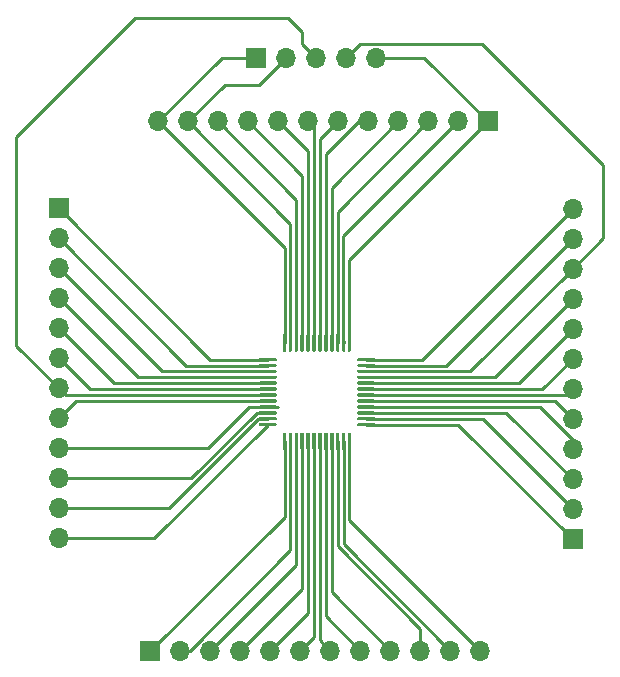
<source format=gbr>
%TF.GenerationSoftware,KiCad,Pcbnew,(5.1.8)-1*%
%TF.CreationDate,2020-12-24T23:30:16-07:00*%
%TF.ProjectId,LQPF-48_BreakoutBoard,4c515046-2d34-4385-9f42-7265616b6f75,rev?*%
%TF.SameCoordinates,Original*%
%TF.FileFunction,Copper,L1,Top*%
%TF.FilePolarity,Positive*%
%FSLAX46Y46*%
G04 Gerber Fmt 4.6, Leading zero omitted, Abs format (unit mm)*
G04 Created by KiCad (PCBNEW (5.1.8)-1) date 2020-12-24 23:30:16*
%MOMM*%
%LPD*%
G01*
G04 APERTURE LIST*
%TA.AperFunction,ComponentPad*%
%ADD10O,1.700000X1.700000*%
%TD*%
%TA.AperFunction,ComponentPad*%
%ADD11R,1.700000X1.700000*%
%TD*%
%TA.AperFunction,Conductor*%
%ADD12C,0.250000*%
%TD*%
G04 APERTURE END LIST*
D10*
%TO.P,J4,5*%
%TO.N,PA14(37)*%
X34988500Y58229500D03*
%TO.P,J4,4*%
%TO.N,PA13(34)*%
X32448500Y58229500D03*
%TO.P,J4,3*%
%TO.N,NRST(7)*%
X29908500Y58229500D03*
%TO.P,J4,2*%
%TO.N,VSS(47)*%
X27368500Y58229500D03*
D11*
%TO.P,J4,1*%
%TO.N,VDD(48)*%
X24828500Y58229500D03*
%TD*%
D10*
%TO.P,J3,12*%
%TO.N,VDD(48)*%
X16510000Y52832000D03*
%TO.P,J3,11*%
%TO.N,VSS(47)*%
X19050000Y52832000D03*
%TO.P,J3,10*%
%TO.N,PB9(46)*%
X21590000Y52832000D03*
%TO.P,J3,9*%
%TO.N,PB8(45)*%
X24130000Y52832000D03*
%TO.P,J3,8*%
%TO.N,BOOT0(44)*%
X26670000Y52832000D03*
%TO.P,J3,7*%
%TO.N,PB7(43)*%
X29210000Y52832000D03*
%TO.P,J3,6*%
%TO.N,PB6(42)*%
X31750000Y52832000D03*
%TO.P,J3,5*%
%TO.N,PB5(41)*%
X34290000Y52832000D03*
%TO.P,J3,4*%
%TO.N,PB4(40)*%
X36830000Y52832000D03*
%TO.P,J3,3*%
%TO.N,PB3(39)*%
X39370000Y52832000D03*
%TO.P,J3,2*%
%TO.N,PA15(38)*%
X41910000Y52832000D03*
D11*
%TO.P,J3,1*%
%TO.N,PA14(37)*%
X44450000Y52832000D03*
%TD*%
D10*
%TO.P,J2,12*%
%TO.N,PF7(36)*%
X51625500Y45402500D03*
%TO.P,J2,11*%
%TO.N,PF6(35)*%
X51625500Y42862500D03*
%TO.P,J2,10*%
%TO.N,PA13(34)*%
X51625500Y40322500D03*
%TO.P,J2,9*%
%TO.N,PA12(33)*%
X51625500Y37782500D03*
%TO.P,J2,8*%
%TO.N,PA11(32)*%
X51625500Y35242500D03*
%TO.P,J2,7*%
%TO.N,PA10(31)*%
X51625500Y32702500D03*
%TO.P,J2,6*%
%TO.N,PA9(30)*%
X51625500Y30162500D03*
%TO.P,J2,5*%
%TO.N,PA8(29)*%
X51625500Y27622500D03*
%TO.P,J2,4*%
%TO.N,PD8(28)*%
X51625500Y25082500D03*
%TO.P,J2,3*%
%TO.N,PB15(27)*%
X51625500Y22542500D03*
%TO.P,J2,2*%
%TO.N,PB14(26)*%
X51625500Y20002500D03*
D11*
%TO.P,J2,1*%
%TO.N,VREFSD+(25)*%
X51625500Y17462500D03*
%TD*%
D10*
%TO.P,J1,12*%
%TO.N,VDDSD(24)*%
X43815000Y8001000D03*
%TO.P,J1,11*%
%TO.N,VSSSD(23)*%
X41275000Y8001000D03*
%TO.P,J1,10*%
%TO.N,PE9(22)*%
X38735000Y8001000D03*
%TO.P,J1,9*%
%TO.N,PE8(21)*%
X36195000Y8001000D03*
%TO.P,J1,8*%
%TO.N,PB2(20)*%
X33655000Y8001000D03*
%TO.P,J1,7*%
%TO.N,PB1(19)*%
X31115000Y8001000D03*
%TO.P,J1,6*%
%TO.N,PB0(18)*%
X28575000Y8001000D03*
%TO.P,J1,5*%
%TO.N,VDD(17)*%
X26035000Y8001000D03*
%TO.P,J1,4*%
%TO.N,PA6(16)*%
X23495000Y8001000D03*
%TO.P,J1,3*%
%TO.N,PA5(15)*%
X20955000Y8001000D03*
%TO.P,J1,2*%
%TO.N,PA4(14)*%
X18415000Y8001000D03*
D11*
%TO.P,J1,1*%
%TO.N,PA3(13)*%
X15875000Y8001000D03*
%TD*%
D10*
%TO.P,J0,12*%
%TO.N,PA2(12)*%
X8128000Y17526000D03*
%TO.P,J0,11*%
%TO.N,PA1(11)*%
X8128000Y20066000D03*
%TO.P,J0,10*%
%TO.N,PA0(10)*%
X8128000Y22606000D03*
%TO.P,J0,9*%
%TO.N,VDDA(9)*%
X8128000Y25146000D03*
%TO.P,J0,8*%
%TO.N,VSSA(8)*%
X8128000Y27686000D03*
%TO.P,J0,7*%
%TO.N,NRST(7)*%
X8128000Y30226000D03*
%TO.P,J0,6*%
%TO.N,PF1(6)*%
X8128000Y32766000D03*
%TO.P,J0,5*%
%TO.N,PF0(5)*%
X8128000Y35306000D03*
%TO.P,J0,4*%
%TO.N,PC15(4)*%
X8128000Y37846000D03*
%TO.P,J0,3*%
%TO.N,PC14(3)*%
X8128000Y40386000D03*
%TO.P,J0,2*%
%TO.N,PC13(2)*%
X8128000Y42926000D03*
D11*
%TO.P,J0,1*%
%TO.N,VBAT(1)*%
X8128000Y45466000D03*
%TD*%
%TO.P,NQFP48,48*%
%TO.N,VDD(48)*%
%TA.AperFunction,SMDPad,CuDef*%
G36*
G01*
X27072000Y33408500D02*
X27072000Y34733500D01*
G75*
G02*
X27147000Y34808500I75000J0D01*
G01*
X27297000Y34808500D01*
G75*
G02*
X27372000Y34733500I0J-75000D01*
G01*
X27372000Y33408500D01*
G75*
G02*
X27297000Y33333500I-75000J0D01*
G01*
X27147000Y33333500D01*
G75*
G02*
X27072000Y33408500I0J75000D01*
G01*
G37*
%TD.AperFunction*%
%TO.P,NQFP48,47*%
%TO.N,VSS(47)*%
%TA.AperFunction,SMDPad,CuDef*%
G36*
G01*
X27572000Y33408500D02*
X27572000Y34733500D01*
G75*
G02*
X27647000Y34808500I75000J0D01*
G01*
X27797000Y34808500D01*
G75*
G02*
X27872000Y34733500I0J-75000D01*
G01*
X27872000Y33408500D01*
G75*
G02*
X27797000Y33333500I-75000J0D01*
G01*
X27647000Y33333500D01*
G75*
G02*
X27572000Y33408500I0J75000D01*
G01*
G37*
%TD.AperFunction*%
%TO.P,NQFP48,46*%
%TO.N,PB9(46)*%
%TA.AperFunction,SMDPad,CuDef*%
G36*
G01*
X28072000Y33408500D02*
X28072000Y34733500D01*
G75*
G02*
X28147000Y34808500I75000J0D01*
G01*
X28297000Y34808500D01*
G75*
G02*
X28372000Y34733500I0J-75000D01*
G01*
X28372000Y33408500D01*
G75*
G02*
X28297000Y33333500I-75000J0D01*
G01*
X28147000Y33333500D01*
G75*
G02*
X28072000Y33408500I0J75000D01*
G01*
G37*
%TD.AperFunction*%
%TO.P,NQFP48,45*%
%TO.N,PB8(45)*%
%TA.AperFunction,SMDPad,CuDef*%
G36*
G01*
X28572000Y33408500D02*
X28572000Y34733500D01*
G75*
G02*
X28647000Y34808500I75000J0D01*
G01*
X28797000Y34808500D01*
G75*
G02*
X28872000Y34733500I0J-75000D01*
G01*
X28872000Y33408500D01*
G75*
G02*
X28797000Y33333500I-75000J0D01*
G01*
X28647000Y33333500D01*
G75*
G02*
X28572000Y33408500I0J75000D01*
G01*
G37*
%TD.AperFunction*%
%TO.P,NQFP48,44*%
%TO.N,BOOT0(44)*%
%TA.AperFunction,SMDPad,CuDef*%
G36*
G01*
X29072000Y33408500D02*
X29072000Y34733500D01*
G75*
G02*
X29147000Y34808500I75000J0D01*
G01*
X29297000Y34808500D01*
G75*
G02*
X29372000Y34733500I0J-75000D01*
G01*
X29372000Y33408500D01*
G75*
G02*
X29297000Y33333500I-75000J0D01*
G01*
X29147000Y33333500D01*
G75*
G02*
X29072000Y33408500I0J75000D01*
G01*
G37*
%TD.AperFunction*%
%TO.P,NQFP48,43*%
%TO.N,PB7(43)*%
%TA.AperFunction,SMDPad,CuDef*%
G36*
G01*
X29572000Y33408500D02*
X29572000Y34733500D01*
G75*
G02*
X29647000Y34808500I75000J0D01*
G01*
X29797000Y34808500D01*
G75*
G02*
X29872000Y34733500I0J-75000D01*
G01*
X29872000Y33408500D01*
G75*
G02*
X29797000Y33333500I-75000J0D01*
G01*
X29647000Y33333500D01*
G75*
G02*
X29572000Y33408500I0J75000D01*
G01*
G37*
%TD.AperFunction*%
%TO.P,NQFP48,42*%
%TO.N,PB6(42)*%
%TA.AperFunction,SMDPad,CuDef*%
G36*
G01*
X30072000Y33408500D02*
X30072000Y34733500D01*
G75*
G02*
X30147000Y34808500I75000J0D01*
G01*
X30297000Y34808500D01*
G75*
G02*
X30372000Y34733500I0J-75000D01*
G01*
X30372000Y33408500D01*
G75*
G02*
X30297000Y33333500I-75000J0D01*
G01*
X30147000Y33333500D01*
G75*
G02*
X30072000Y33408500I0J75000D01*
G01*
G37*
%TD.AperFunction*%
%TO.P,NQFP48,41*%
%TO.N,PB5(41)*%
%TA.AperFunction,SMDPad,CuDef*%
G36*
G01*
X30572000Y33408500D02*
X30572000Y34733500D01*
G75*
G02*
X30647000Y34808500I75000J0D01*
G01*
X30797000Y34808500D01*
G75*
G02*
X30872000Y34733500I0J-75000D01*
G01*
X30872000Y33408500D01*
G75*
G02*
X30797000Y33333500I-75000J0D01*
G01*
X30647000Y33333500D01*
G75*
G02*
X30572000Y33408500I0J75000D01*
G01*
G37*
%TD.AperFunction*%
%TO.P,NQFP48,40*%
%TO.N,PB4(40)*%
%TA.AperFunction,SMDPad,CuDef*%
G36*
G01*
X31072000Y33408500D02*
X31072000Y34733500D01*
G75*
G02*
X31147000Y34808500I75000J0D01*
G01*
X31297000Y34808500D01*
G75*
G02*
X31372000Y34733500I0J-75000D01*
G01*
X31372000Y33408500D01*
G75*
G02*
X31297000Y33333500I-75000J0D01*
G01*
X31147000Y33333500D01*
G75*
G02*
X31072000Y33408500I0J75000D01*
G01*
G37*
%TD.AperFunction*%
%TO.P,NQFP48,39*%
%TO.N,PB3(39)*%
%TA.AperFunction,SMDPad,CuDef*%
G36*
G01*
X31572000Y33408500D02*
X31572000Y34733500D01*
G75*
G02*
X31647000Y34808500I75000J0D01*
G01*
X31797000Y34808500D01*
G75*
G02*
X31872000Y34733500I0J-75000D01*
G01*
X31872000Y33408500D01*
G75*
G02*
X31797000Y33333500I-75000J0D01*
G01*
X31647000Y33333500D01*
G75*
G02*
X31572000Y33408500I0J75000D01*
G01*
G37*
%TD.AperFunction*%
%TO.P,NQFP48,38*%
%TO.N,PA15(38)*%
%TA.AperFunction,SMDPad,CuDef*%
G36*
G01*
X32072000Y33408500D02*
X32072000Y34733500D01*
G75*
G02*
X32147000Y34808500I75000J0D01*
G01*
X32297000Y34808500D01*
G75*
G02*
X32372000Y34733500I0J-75000D01*
G01*
X32372000Y33408500D01*
G75*
G02*
X32297000Y33333500I-75000J0D01*
G01*
X32147000Y33333500D01*
G75*
G02*
X32072000Y33408500I0J75000D01*
G01*
G37*
%TD.AperFunction*%
%TO.P,NQFP48,37*%
%TO.N,PA14(37)*%
%TA.AperFunction,SMDPad,CuDef*%
G36*
G01*
X32572000Y33408500D02*
X32572000Y34733500D01*
G75*
G02*
X32647000Y34808500I75000J0D01*
G01*
X32797000Y34808500D01*
G75*
G02*
X32872000Y34733500I0J-75000D01*
G01*
X32872000Y33408500D01*
G75*
G02*
X32797000Y33333500I-75000J0D01*
G01*
X32647000Y33333500D01*
G75*
G02*
X32572000Y33408500I0J75000D01*
G01*
G37*
%TD.AperFunction*%
%TO.P,NQFP48,36*%
%TO.N,PF7(36)*%
%TA.AperFunction,SMDPad,CuDef*%
G36*
G01*
X33397000Y32583500D02*
X33397000Y32733500D01*
G75*
G02*
X33472000Y32808500I75000J0D01*
G01*
X34797000Y32808500D01*
G75*
G02*
X34872000Y32733500I0J-75000D01*
G01*
X34872000Y32583500D01*
G75*
G02*
X34797000Y32508500I-75000J0D01*
G01*
X33472000Y32508500D01*
G75*
G02*
X33397000Y32583500I0J75000D01*
G01*
G37*
%TD.AperFunction*%
%TO.P,NQFP48,35*%
%TO.N,PF6(35)*%
%TA.AperFunction,SMDPad,CuDef*%
G36*
G01*
X33397000Y32083500D02*
X33397000Y32233500D01*
G75*
G02*
X33472000Y32308500I75000J0D01*
G01*
X34797000Y32308500D01*
G75*
G02*
X34872000Y32233500I0J-75000D01*
G01*
X34872000Y32083500D01*
G75*
G02*
X34797000Y32008500I-75000J0D01*
G01*
X33472000Y32008500D01*
G75*
G02*
X33397000Y32083500I0J75000D01*
G01*
G37*
%TD.AperFunction*%
%TO.P,NQFP48,34*%
%TO.N,PA13(34)*%
%TA.AperFunction,SMDPad,CuDef*%
G36*
G01*
X33397000Y31583500D02*
X33397000Y31733500D01*
G75*
G02*
X33472000Y31808500I75000J0D01*
G01*
X34797000Y31808500D01*
G75*
G02*
X34872000Y31733500I0J-75000D01*
G01*
X34872000Y31583500D01*
G75*
G02*
X34797000Y31508500I-75000J0D01*
G01*
X33472000Y31508500D01*
G75*
G02*
X33397000Y31583500I0J75000D01*
G01*
G37*
%TD.AperFunction*%
%TO.P,NQFP48,33*%
%TO.N,PA12(33)*%
%TA.AperFunction,SMDPad,CuDef*%
G36*
G01*
X33397000Y31083500D02*
X33397000Y31233500D01*
G75*
G02*
X33472000Y31308500I75000J0D01*
G01*
X34797000Y31308500D01*
G75*
G02*
X34872000Y31233500I0J-75000D01*
G01*
X34872000Y31083500D01*
G75*
G02*
X34797000Y31008500I-75000J0D01*
G01*
X33472000Y31008500D01*
G75*
G02*
X33397000Y31083500I0J75000D01*
G01*
G37*
%TD.AperFunction*%
%TO.P,NQFP48,32*%
%TO.N,PA11(32)*%
%TA.AperFunction,SMDPad,CuDef*%
G36*
G01*
X33397000Y30583500D02*
X33397000Y30733500D01*
G75*
G02*
X33472000Y30808500I75000J0D01*
G01*
X34797000Y30808500D01*
G75*
G02*
X34872000Y30733500I0J-75000D01*
G01*
X34872000Y30583500D01*
G75*
G02*
X34797000Y30508500I-75000J0D01*
G01*
X33472000Y30508500D01*
G75*
G02*
X33397000Y30583500I0J75000D01*
G01*
G37*
%TD.AperFunction*%
%TO.P,NQFP48,31*%
%TO.N,PA10(31)*%
%TA.AperFunction,SMDPad,CuDef*%
G36*
G01*
X33397000Y30083500D02*
X33397000Y30233500D01*
G75*
G02*
X33472000Y30308500I75000J0D01*
G01*
X34797000Y30308500D01*
G75*
G02*
X34872000Y30233500I0J-75000D01*
G01*
X34872000Y30083500D01*
G75*
G02*
X34797000Y30008500I-75000J0D01*
G01*
X33472000Y30008500D01*
G75*
G02*
X33397000Y30083500I0J75000D01*
G01*
G37*
%TD.AperFunction*%
%TO.P,NQFP48,30*%
%TO.N,PA9(30)*%
%TA.AperFunction,SMDPad,CuDef*%
G36*
G01*
X33397000Y29583500D02*
X33397000Y29733500D01*
G75*
G02*
X33472000Y29808500I75000J0D01*
G01*
X34797000Y29808500D01*
G75*
G02*
X34872000Y29733500I0J-75000D01*
G01*
X34872000Y29583500D01*
G75*
G02*
X34797000Y29508500I-75000J0D01*
G01*
X33472000Y29508500D01*
G75*
G02*
X33397000Y29583500I0J75000D01*
G01*
G37*
%TD.AperFunction*%
%TO.P,NQFP48,29*%
%TO.N,PA8(29)*%
%TA.AperFunction,SMDPad,CuDef*%
G36*
G01*
X33397000Y29083500D02*
X33397000Y29233500D01*
G75*
G02*
X33472000Y29308500I75000J0D01*
G01*
X34797000Y29308500D01*
G75*
G02*
X34872000Y29233500I0J-75000D01*
G01*
X34872000Y29083500D01*
G75*
G02*
X34797000Y29008500I-75000J0D01*
G01*
X33472000Y29008500D01*
G75*
G02*
X33397000Y29083500I0J75000D01*
G01*
G37*
%TD.AperFunction*%
%TO.P,NQFP48,28*%
%TO.N,PD8(28)*%
%TA.AperFunction,SMDPad,CuDef*%
G36*
G01*
X33397000Y28583500D02*
X33397000Y28733500D01*
G75*
G02*
X33472000Y28808500I75000J0D01*
G01*
X34797000Y28808500D01*
G75*
G02*
X34872000Y28733500I0J-75000D01*
G01*
X34872000Y28583500D01*
G75*
G02*
X34797000Y28508500I-75000J0D01*
G01*
X33472000Y28508500D01*
G75*
G02*
X33397000Y28583500I0J75000D01*
G01*
G37*
%TD.AperFunction*%
%TO.P,NQFP48,27*%
%TO.N,PB15(27)*%
%TA.AperFunction,SMDPad,CuDef*%
G36*
G01*
X33397000Y28083500D02*
X33397000Y28233500D01*
G75*
G02*
X33472000Y28308500I75000J0D01*
G01*
X34797000Y28308500D01*
G75*
G02*
X34872000Y28233500I0J-75000D01*
G01*
X34872000Y28083500D01*
G75*
G02*
X34797000Y28008500I-75000J0D01*
G01*
X33472000Y28008500D01*
G75*
G02*
X33397000Y28083500I0J75000D01*
G01*
G37*
%TD.AperFunction*%
%TO.P,NQFP48,26*%
%TO.N,PB14(26)*%
%TA.AperFunction,SMDPad,CuDef*%
G36*
G01*
X33397000Y27583500D02*
X33397000Y27733500D01*
G75*
G02*
X33472000Y27808500I75000J0D01*
G01*
X34797000Y27808500D01*
G75*
G02*
X34872000Y27733500I0J-75000D01*
G01*
X34872000Y27583500D01*
G75*
G02*
X34797000Y27508500I-75000J0D01*
G01*
X33472000Y27508500D01*
G75*
G02*
X33397000Y27583500I0J75000D01*
G01*
G37*
%TD.AperFunction*%
%TO.P,NQFP48,25*%
%TO.N,VREFSD+(25)*%
%TA.AperFunction,SMDPad,CuDef*%
G36*
G01*
X33397000Y27083500D02*
X33397000Y27233500D01*
G75*
G02*
X33472000Y27308500I75000J0D01*
G01*
X34797000Y27308500D01*
G75*
G02*
X34872000Y27233500I0J-75000D01*
G01*
X34872000Y27083500D01*
G75*
G02*
X34797000Y27008500I-75000J0D01*
G01*
X33472000Y27008500D01*
G75*
G02*
X33397000Y27083500I0J75000D01*
G01*
G37*
%TD.AperFunction*%
%TO.P,NQFP48,24*%
%TO.N,VDDSD(24)*%
%TA.AperFunction,SMDPad,CuDef*%
G36*
G01*
X32572000Y25083500D02*
X32572000Y26408500D01*
G75*
G02*
X32647000Y26483500I75000J0D01*
G01*
X32797000Y26483500D01*
G75*
G02*
X32872000Y26408500I0J-75000D01*
G01*
X32872000Y25083500D01*
G75*
G02*
X32797000Y25008500I-75000J0D01*
G01*
X32647000Y25008500D01*
G75*
G02*
X32572000Y25083500I0J75000D01*
G01*
G37*
%TD.AperFunction*%
%TO.P,NQFP48,23*%
%TO.N,VSSSD(23)*%
%TA.AperFunction,SMDPad,CuDef*%
G36*
G01*
X32072000Y25083500D02*
X32072000Y26408500D01*
G75*
G02*
X32147000Y26483500I75000J0D01*
G01*
X32297000Y26483500D01*
G75*
G02*
X32372000Y26408500I0J-75000D01*
G01*
X32372000Y25083500D01*
G75*
G02*
X32297000Y25008500I-75000J0D01*
G01*
X32147000Y25008500D01*
G75*
G02*
X32072000Y25083500I0J75000D01*
G01*
G37*
%TD.AperFunction*%
%TO.P,NQFP48,22*%
%TO.N,PE9(22)*%
%TA.AperFunction,SMDPad,CuDef*%
G36*
G01*
X31572000Y25083500D02*
X31572000Y26408500D01*
G75*
G02*
X31647000Y26483500I75000J0D01*
G01*
X31797000Y26483500D01*
G75*
G02*
X31872000Y26408500I0J-75000D01*
G01*
X31872000Y25083500D01*
G75*
G02*
X31797000Y25008500I-75000J0D01*
G01*
X31647000Y25008500D01*
G75*
G02*
X31572000Y25083500I0J75000D01*
G01*
G37*
%TD.AperFunction*%
%TO.P,NQFP48,21*%
%TO.N,PE8(21)*%
%TA.AperFunction,SMDPad,CuDef*%
G36*
G01*
X31072000Y25083500D02*
X31072000Y26408500D01*
G75*
G02*
X31147000Y26483500I75000J0D01*
G01*
X31297000Y26483500D01*
G75*
G02*
X31372000Y26408500I0J-75000D01*
G01*
X31372000Y25083500D01*
G75*
G02*
X31297000Y25008500I-75000J0D01*
G01*
X31147000Y25008500D01*
G75*
G02*
X31072000Y25083500I0J75000D01*
G01*
G37*
%TD.AperFunction*%
%TO.P,NQFP48,20*%
%TO.N,PB2(20)*%
%TA.AperFunction,SMDPad,CuDef*%
G36*
G01*
X30572000Y25083500D02*
X30572000Y26408500D01*
G75*
G02*
X30647000Y26483500I75000J0D01*
G01*
X30797000Y26483500D01*
G75*
G02*
X30872000Y26408500I0J-75000D01*
G01*
X30872000Y25083500D01*
G75*
G02*
X30797000Y25008500I-75000J0D01*
G01*
X30647000Y25008500D01*
G75*
G02*
X30572000Y25083500I0J75000D01*
G01*
G37*
%TD.AperFunction*%
%TO.P,NQFP48,19*%
%TO.N,PB1(19)*%
%TA.AperFunction,SMDPad,CuDef*%
G36*
G01*
X30072000Y25083500D02*
X30072000Y26408500D01*
G75*
G02*
X30147000Y26483500I75000J0D01*
G01*
X30297000Y26483500D01*
G75*
G02*
X30372000Y26408500I0J-75000D01*
G01*
X30372000Y25083500D01*
G75*
G02*
X30297000Y25008500I-75000J0D01*
G01*
X30147000Y25008500D01*
G75*
G02*
X30072000Y25083500I0J75000D01*
G01*
G37*
%TD.AperFunction*%
%TO.P,NQFP48,18*%
%TO.N,PB0(18)*%
%TA.AperFunction,SMDPad,CuDef*%
G36*
G01*
X29572000Y25083500D02*
X29572000Y26408500D01*
G75*
G02*
X29647000Y26483500I75000J0D01*
G01*
X29797000Y26483500D01*
G75*
G02*
X29872000Y26408500I0J-75000D01*
G01*
X29872000Y25083500D01*
G75*
G02*
X29797000Y25008500I-75000J0D01*
G01*
X29647000Y25008500D01*
G75*
G02*
X29572000Y25083500I0J75000D01*
G01*
G37*
%TD.AperFunction*%
%TO.P,NQFP48,17*%
%TO.N,VDD(17)*%
%TA.AperFunction,SMDPad,CuDef*%
G36*
G01*
X29072000Y25083500D02*
X29072000Y26408500D01*
G75*
G02*
X29147000Y26483500I75000J0D01*
G01*
X29297000Y26483500D01*
G75*
G02*
X29372000Y26408500I0J-75000D01*
G01*
X29372000Y25083500D01*
G75*
G02*
X29297000Y25008500I-75000J0D01*
G01*
X29147000Y25008500D01*
G75*
G02*
X29072000Y25083500I0J75000D01*
G01*
G37*
%TD.AperFunction*%
%TO.P,NQFP48,16*%
%TO.N,PA6(16)*%
%TA.AperFunction,SMDPad,CuDef*%
G36*
G01*
X28572000Y25083500D02*
X28572000Y26408500D01*
G75*
G02*
X28647000Y26483500I75000J0D01*
G01*
X28797000Y26483500D01*
G75*
G02*
X28872000Y26408500I0J-75000D01*
G01*
X28872000Y25083500D01*
G75*
G02*
X28797000Y25008500I-75000J0D01*
G01*
X28647000Y25008500D01*
G75*
G02*
X28572000Y25083500I0J75000D01*
G01*
G37*
%TD.AperFunction*%
%TO.P,NQFP48,15*%
%TO.N,PA5(15)*%
%TA.AperFunction,SMDPad,CuDef*%
G36*
G01*
X28072000Y25083500D02*
X28072000Y26408500D01*
G75*
G02*
X28147000Y26483500I75000J0D01*
G01*
X28297000Y26483500D01*
G75*
G02*
X28372000Y26408500I0J-75000D01*
G01*
X28372000Y25083500D01*
G75*
G02*
X28297000Y25008500I-75000J0D01*
G01*
X28147000Y25008500D01*
G75*
G02*
X28072000Y25083500I0J75000D01*
G01*
G37*
%TD.AperFunction*%
%TO.P,NQFP48,14*%
%TO.N,PA4(14)*%
%TA.AperFunction,SMDPad,CuDef*%
G36*
G01*
X27572000Y25083500D02*
X27572000Y26408500D01*
G75*
G02*
X27647000Y26483500I75000J0D01*
G01*
X27797000Y26483500D01*
G75*
G02*
X27872000Y26408500I0J-75000D01*
G01*
X27872000Y25083500D01*
G75*
G02*
X27797000Y25008500I-75000J0D01*
G01*
X27647000Y25008500D01*
G75*
G02*
X27572000Y25083500I0J75000D01*
G01*
G37*
%TD.AperFunction*%
%TO.P,NQFP48,13*%
%TO.N,PA3(13)*%
%TA.AperFunction,SMDPad,CuDef*%
G36*
G01*
X27072000Y25083500D02*
X27072000Y26408500D01*
G75*
G02*
X27147000Y26483500I75000J0D01*
G01*
X27297000Y26483500D01*
G75*
G02*
X27372000Y26408500I0J-75000D01*
G01*
X27372000Y25083500D01*
G75*
G02*
X27297000Y25008500I-75000J0D01*
G01*
X27147000Y25008500D01*
G75*
G02*
X27072000Y25083500I0J75000D01*
G01*
G37*
%TD.AperFunction*%
%TO.P,NQFP48,12*%
%TO.N,PA2(12)*%
%TA.AperFunction,SMDPad,CuDef*%
G36*
G01*
X25072000Y27083500D02*
X25072000Y27233500D01*
G75*
G02*
X25147000Y27308500I75000J0D01*
G01*
X26472000Y27308500D01*
G75*
G02*
X26547000Y27233500I0J-75000D01*
G01*
X26547000Y27083500D01*
G75*
G02*
X26472000Y27008500I-75000J0D01*
G01*
X25147000Y27008500D01*
G75*
G02*
X25072000Y27083500I0J75000D01*
G01*
G37*
%TD.AperFunction*%
%TO.P,NQFP48,11*%
%TO.N,PA1(11)*%
%TA.AperFunction,SMDPad,CuDef*%
G36*
G01*
X25072000Y27583500D02*
X25072000Y27733500D01*
G75*
G02*
X25147000Y27808500I75000J0D01*
G01*
X26472000Y27808500D01*
G75*
G02*
X26547000Y27733500I0J-75000D01*
G01*
X26547000Y27583500D01*
G75*
G02*
X26472000Y27508500I-75000J0D01*
G01*
X25147000Y27508500D01*
G75*
G02*
X25072000Y27583500I0J75000D01*
G01*
G37*
%TD.AperFunction*%
%TO.P,NQFP48,10*%
%TO.N,PA0(10)*%
%TA.AperFunction,SMDPad,CuDef*%
G36*
G01*
X25072000Y28083500D02*
X25072000Y28233500D01*
G75*
G02*
X25147000Y28308500I75000J0D01*
G01*
X26472000Y28308500D01*
G75*
G02*
X26547000Y28233500I0J-75000D01*
G01*
X26547000Y28083500D01*
G75*
G02*
X26472000Y28008500I-75000J0D01*
G01*
X25147000Y28008500D01*
G75*
G02*
X25072000Y28083500I0J75000D01*
G01*
G37*
%TD.AperFunction*%
%TO.P,NQFP48,9*%
%TO.N,VDDA(9)*%
%TA.AperFunction,SMDPad,CuDef*%
G36*
G01*
X25072000Y28583500D02*
X25072000Y28733500D01*
G75*
G02*
X25147000Y28808500I75000J0D01*
G01*
X26472000Y28808500D01*
G75*
G02*
X26547000Y28733500I0J-75000D01*
G01*
X26547000Y28583500D01*
G75*
G02*
X26472000Y28508500I-75000J0D01*
G01*
X25147000Y28508500D01*
G75*
G02*
X25072000Y28583500I0J75000D01*
G01*
G37*
%TD.AperFunction*%
%TO.P,NQFP48,8*%
%TO.N,VSSA(8)*%
%TA.AperFunction,SMDPad,CuDef*%
G36*
G01*
X25072000Y29083500D02*
X25072000Y29233500D01*
G75*
G02*
X25147000Y29308500I75000J0D01*
G01*
X26472000Y29308500D01*
G75*
G02*
X26547000Y29233500I0J-75000D01*
G01*
X26547000Y29083500D01*
G75*
G02*
X26472000Y29008500I-75000J0D01*
G01*
X25147000Y29008500D01*
G75*
G02*
X25072000Y29083500I0J75000D01*
G01*
G37*
%TD.AperFunction*%
%TO.P,NQFP48,7*%
%TO.N,NRST(7)*%
%TA.AperFunction,SMDPad,CuDef*%
G36*
G01*
X25072000Y29583500D02*
X25072000Y29733500D01*
G75*
G02*
X25147000Y29808500I75000J0D01*
G01*
X26472000Y29808500D01*
G75*
G02*
X26547000Y29733500I0J-75000D01*
G01*
X26547000Y29583500D01*
G75*
G02*
X26472000Y29508500I-75000J0D01*
G01*
X25147000Y29508500D01*
G75*
G02*
X25072000Y29583500I0J75000D01*
G01*
G37*
%TD.AperFunction*%
%TO.P,NQFP48,6*%
%TO.N,PF1(6)*%
%TA.AperFunction,SMDPad,CuDef*%
G36*
G01*
X25072000Y30083500D02*
X25072000Y30233500D01*
G75*
G02*
X25147000Y30308500I75000J0D01*
G01*
X26472000Y30308500D01*
G75*
G02*
X26547000Y30233500I0J-75000D01*
G01*
X26547000Y30083500D01*
G75*
G02*
X26472000Y30008500I-75000J0D01*
G01*
X25147000Y30008500D01*
G75*
G02*
X25072000Y30083500I0J75000D01*
G01*
G37*
%TD.AperFunction*%
%TO.P,NQFP48,5*%
%TO.N,PF0(5)*%
%TA.AperFunction,SMDPad,CuDef*%
G36*
G01*
X25072000Y30583500D02*
X25072000Y30733500D01*
G75*
G02*
X25147000Y30808500I75000J0D01*
G01*
X26472000Y30808500D01*
G75*
G02*
X26547000Y30733500I0J-75000D01*
G01*
X26547000Y30583500D01*
G75*
G02*
X26472000Y30508500I-75000J0D01*
G01*
X25147000Y30508500D01*
G75*
G02*
X25072000Y30583500I0J75000D01*
G01*
G37*
%TD.AperFunction*%
%TO.P,NQFP48,4*%
%TO.N,PC15(4)*%
%TA.AperFunction,SMDPad,CuDef*%
G36*
G01*
X25072000Y31083500D02*
X25072000Y31233500D01*
G75*
G02*
X25147000Y31308500I75000J0D01*
G01*
X26472000Y31308500D01*
G75*
G02*
X26547000Y31233500I0J-75000D01*
G01*
X26547000Y31083500D01*
G75*
G02*
X26472000Y31008500I-75000J0D01*
G01*
X25147000Y31008500D01*
G75*
G02*
X25072000Y31083500I0J75000D01*
G01*
G37*
%TD.AperFunction*%
%TO.P,NQFP48,3*%
%TO.N,PC14(3)*%
%TA.AperFunction,SMDPad,CuDef*%
G36*
G01*
X25072000Y31583500D02*
X25072000Y31733500D01*
G75*
G02*
X25147000Y31808500I75000J0D01*
G01*
X26472000Y31808500D01*
G75*
G02*
X26547000Y31733500I0J-75000D01*
G01*
X26547000Y31583500D01*
G75*
G02*
X26472000Y31508500I-75000J0D01*
G01*
X25147000Y31508500D01*
G75*
G02*
X25072000Y31583500I0J75000D01*
G01*
G37*
%TD.AperFunction*%
%TO.P,NQFP48,2*%
%TO.N,PC13(2)*%
%TA.AperFunction,SMDPad,CuDef*%
G36*
G01*
X25072000Y32083500D02*
X25072000Y32233500D01*
G75*
G02*
X25147000Y32308500I75000J0D01*
G01*
X26472000Y32308500D01*
G75*
G02*
X26547000Y32233500I0J-75000D01*
G01*
X26547000Y32083500D01*
G75*
G02*
X26472000Y32008500I-75000J0D01*
G01*
X25147000Y32008500D01*
G75*
G02*
X25072000Y32083500I0J75000D01*
G01*
G37*
%TD.AperFunction*%
%TO.P,NQFP48,1*%
%TO.N,VBAT(1)*%
%TA.AperFunction,SMDPad,CuDef*%
G36*
G01*
X25072000Y32583500D02*
X25072000Y32733500D01*
G75*
G02*
X25147000Y32808500I75000J0D01*
G01*
X26472000Y32808500D01*
G75*
G02*
X26547000Y32733500I0J-75000D01*
G01*
X26547000Y32583500D01*
G75*
G02*
X26472000Y32508500I-75000J0D01*
G01*
X25147000Y32508500D01*
G75*
G02*
X25072000Y32583500I0J75000D01*
G01*
G37*
%TD.AperFunction*%
%TD*%
D12*
%TO.N,PA2(12)*%
X16177000Y17526000D02*
X25809500Y27158500D01*
X8128000Y17526000D02*
X16177000Y17526000D01*
%TO.N,PA0(10)*%
X8128000Y22606000D02*
X19317388Y22606000D01*
X24869888Y28158500D02*
X25809500Y28158500D01*
X19317388Y22606000D02*
X24869888Y28158500D01*
%TO.N,VSSA(8)*%
X8128000Y27686000D02*
X9575510Y29133510D01*
X25784510Y29133510D02*
X25809500Y29158500D01*
X9575510Y29133510D02*
X25784510Y29133510D01*
%TO.N,PF1(6)*%
X10735500Y30158500D02*
X8128000Y32766000D01*
X25809500Y30158500D02*
X10735500Y30158500D01*
%TO.N,PC15(4)*%
X14790510Y31183490D02*
X8128000Y37846000D01*
X25458510Y31183490D02*
X14790510Y31183490D01*
X25483500Y31158500D02*
X25458510Y31183490D01*
X25809500Y31158500D02*
X25483500Y31158500D01*
%TO.N,PC13(2)*%
X18895500Y32158500D02*
X8128000Y42926000D01*
X25809500Y32158500D02*
X18895500Y32158500D01*
%TO.N,PA1(11)*%
X17413798Y20066000D02*
X8128000Y20066000D01*
X25006298Y27658500D02*
X17413798Y20066000D01*
X25809500Y27658500D02*
X25006298Y27658500D01*
%TO.N,VDDA(9)*%
X26637692Y28633510D02*
X24252010Y28633510D01*
X26612702Y28658500D02*
X26637692Y28633510D01*
X25809500Y28658500D02*
X26612702Y28658500D01*
X20764500Y25146000D02*
X8128000Y25146000D01*
X24252010Y28633510D02*
X20764500Y25146000D01*
%TO.N,NRST(7)*%
X8695500Y29658500D02*
X8128000Y30226000D01*
X25809500Y29658500D02*
X8695500Y29658500D01*
X28733499Y59404501D02*
X28733499Y60357001D01*
X29908500Y58229500D02*
X28733499Y59404501D01*
X28733499Y60357001D02*
X27495500Y61595000D01*
X27495500Y61595000D02*
X14605000Y61595000D01*
X14605000Y61595000D02*
X4508500Y51498500D01*
X4508500Y33845500D02*
X8128000Y30226000D01*
X4508500Y51498500D02*
X4508500Y33845500D01*
%TO.N,PF0(5)*%
X12775500Y30658500D02*
X8128000Y35306000D01*
X25809500Y30658500D02*
X12775500Y30658500D01*
%TO.N,PC14(3)*%
X16855500Y31658500D02*
X8128000Y40386000D01*
X25809500Y31658500D02*
X16855500Y31658500D01*
%TO.N,VBAT(1)*%
X20935500Y32658500D02*
X8128000Y45466000D01*
X25809500Y32658500D02*
X20935500Y32658500D01*
%TO.N,VDDSD(24)*%
X32722000Y19094000D02*
X43815000Y8001000D01*
X32722000Y25746000D02*
X32722000Y19094000D01*
%TO.N,PE9(22)*%
X38735000Y9842500D02*
X38735000Y8001000D01*
X31722000Y16855500D02*
X38735000Y9842500D01*
X31722000Y25746000D02*
X31722000Y16855500D01*
%TO.N,PB2(20)*%
X30722000Y10934000D02*
X33655000Y8001000D01*
X30722000Y25746000D02*
X30722000Y10934000D01*
%TO.N,PB0(18)*%
X28575000Y8001000D02*
X29746990Y9172990D01*
X29722000Y24818980D02*
X29722000Y25746000D01*
X29746990Y24793990D02*
X29722000Y24818980D01*
X29746990Y9172990D02*
X29746990Y24793990D01*
%TO.N,PA6(16)*%
X28722000Y13228000D02*
X23495000Y8001000D01*
X28722000Y25746000D02*
X28722000Y13228000D01*
%TO.N,PA4(14)*%
X19215998Y8001000D02*
X18415000Y8001000D01*
X27722000Y16507002D02*
X19215998Y8001000D01*
X27722000Y25746000D02*
X27722000Y16507002D01*
%TO.N,VSSSD(23)*%
X32246990Y25656510D02*
X32246990Y17029010D01*
X32246990Y17029010D02*
X41275000Y8001000D01*
X32222000Y25681500D02*
X32246990Y25656510D01*
X32222000Y25746000D02*
X32222000Y25681500D01*
%TO.N,PE8(21)*%
X31222000Y12974000D02*
X36195000Y8001000D01*
X31222000Y25746000D02*
X31222000Y12974000D01*
%TO.N,PB1(19)*%
X30222000Y8894000D02*
X31115000Y8001000D01*
X30222000Y25746000D02*
X30222000Y8894000D01*
%TO.N,VDD(17)*%
X29222000Y11188000D02*
X26035000Y8001000D01*
X29222000Y25746000D02*
X29222000Y11188000D01*
%TO.N,PA5(15)*%
X28222000Y15268000D02*
X20955000Y8001000D01*
X28222000Y25746000D02*
X28222000Y15268000D01*
%TO.N,PA3(13)*%
X27222000Y19348000D02*
X15875000Y8001000D01*
X27222000Y25746000D02*
X27222000Y19348000D01*
%TO.N,PF7(36)*%
X38881500Y32658500D02*
X51625500Y45402500D01*
X34134500Y32658500D02*
X38881500Y32658500D01*
%TO.N,PA13(34)*%
X42961500Y31658500D02*
X51625500Y40322500D01*
X34134500Y31658500D02*
X42961500Y31658500D01*
X54229000Y42926000D02*
X51625500Y40322500D01*
X54229000Y49149000D02*
X54229000Y42926000D01*
X43973499Y59404501D02*
X54229000Y49149000D01*
X33623501Y59404501D02*
X43973499Y59404501D01*
X32448500Y58229500D02*
X33623501Y59404501D01*
%TO.N,PA11(32)*%
X47041500Y30658500D02*
X51625500Y35242500D01*
X34134500Y30658500D02*
X47041500Y30658500D01*
%TO.N,PA9(30)*%
X51121500Y29658500D02*
X51625500Y30162500D01*
X34134500Y29658500D02*
X51121500Y29658500D01*
%TO.N,PD8(28)*%
X51625500Y25883498D02*
X51625500Y25082500D01*
X48850498Y28658500D02*
X51625500Y25883498D01*
X34134500Y28658500D02*
X48850498Y28658500D01*
%TO.N,PB14(26)*%
X43994490Y27633510D02*
X51625500Y20002500D01*
X34151990Y27633510D02*
X43994490Y27633510D01*
X34134500Y27651000D02*
X34151990Y27633510D01*
X34134500Y27658500D02*
X34134500Y27651000D01*
%TO.N,PF6(35)*%
X40921500Y32158500D02*
X51625500Y42862500D01*
X34134500Y32158500D02*
X40921500Y32158500D01*
%TO.N,PA12(33)*%
X45026490Y31183490D02*
X51625500Y37782500D01*
X34334990Y31183490D02*
X45026490Y31183490D01*
X34310000Y31158500D02*
X34334990Y31183490D01*
X34134500Y31158500D02*
X34310000Y31158500D01*
%TO.N,PA10(31)*%
X49056510Y30133510D02*
X51625500Y32702500D01*
X34134990Y30133510D02*
X49056510Y30133510D01*
X34134500Y30134000D02*
X34134990Y30133510D01*
X34134500Y30158500D02*
X34134500Y30134000D01*
%TO.N,PA8(29)*%
X50089500Y29158500D02*
X51625500Y27622500D01*
X34134500Y29158500D02*
X50089500Y29158500D01*
%TO.N,PB15(27)*%
X46009500Y28158500D02*
X51625500Y22542500D01*
X34134500Y28158500D02*
X46009500Y28158500D01*
%TO.N,VREFSD+(25)*%
X41929500Y27158500D02*
X51625500Y17462500D01*
X34134500Y27158500D02*
X41929500Y27158500D01*
%TO.N,VDD(48)*%
X27222000Y42120000D02*
X16510000Y52832000D01*
X27222000Y34071000D02*
X27222000Y42120000D01*
X21907500Y58229500D02*
X16510000Y52832000D01*
X24828500Y58229500D02*
X21907500Y58229500D01*
%TO.N,PB9(46)*%
X28222000Y46200000D02*
X21590000Y52832000D01*
X28222000Y34071000D02*
X28222000Y46200000D01*
%TO.N,BOOT0(44)*%
X29222000Y50280000D02*
X29222000Y34071000D01*
X26670000Y52832000D02*
X29222000Y50280000D01*
%TO.N,PB6(42)*%
X30222000Y51304000D02*
X31750000Y52832000D01*
X30222000Y34071000D02*
X30222000Y51304000D01*
%TO.N,PB4(40)*%
X31222000Y47224000D02*
X31222000Y34071000D01*
X36830000Y52832000D02*
X31222000Y47224000D01*
%TO.N,PA15(38)*%
X41910000Y52832000D02*
X32197010Y43119010D01*
X32222000Y34262500D02*
X32222000Y34071000D01*
X32197010Y34287490D02*
X32222000Y34262500D01*
X32197010Y43119010D02*
X32197010Y34287490D01*
%TO.N,VSS(47)*%
X27722000Y44160000D02*
X27722000Y34071000D01*
X19050000Y52832000D02*
X27722000Y44160000D01*
X27368500Y58229500D02*
X25082500Y55943500D01*
X22161500Y55943500D02*
X19050000Y52832000D01*
X25082500Y55943500D02*
X22161500Y55943500D01*
%TO.N,PB8(45)*%
X28722000Y48240000D02*
X28722000Y34071000D01*
X24130000Y52832000D02*
X28722000Y48240000D01*
%TO.N,PB7(43)*%
X29722000Y52320000D02*
X29722000Y34071000D01*
X29210000Y52832000D02*
X29722000Y52320000D01*
%TO.N,PB5(41)*%
X33489002Y52832000D02*
X34290000Y52832000D01*
X30722000Y50064998D02*
X33489002Y52832000D01*
X30722000Y34071000D02*
X30722000Y50064998D01*
%TO.N,PB3(39)*%
X31722000Y45184000D02*
X39370000Y52832000D01*
X31722000Y34071000D02*
X31722000Y45184000D01*
%TO.N,PA14(37)*%
X32722000Y41104000D02*
X44450000Y52832000D01*
X32722000Y34071000D02*
X32722000Y41104000D01*
X39052500Y58229500D02*
X34988500Y58229500D01*
X44450000Y52832000D02*
X39052500Y58229500D01*
%TD*%
M02*

</source>
